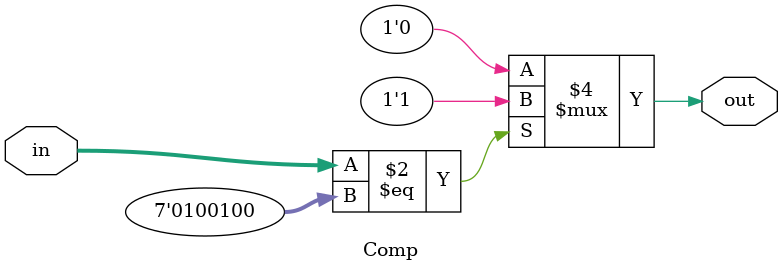
<source format=v>
module Comp(out,in);
input [6:0]in;
output reg out;

always @ (in)
begin
if(in == 7'b0100100)
out <= 1'b1;
else 
out <= 1'b0;
end
endmodule 
</source>
